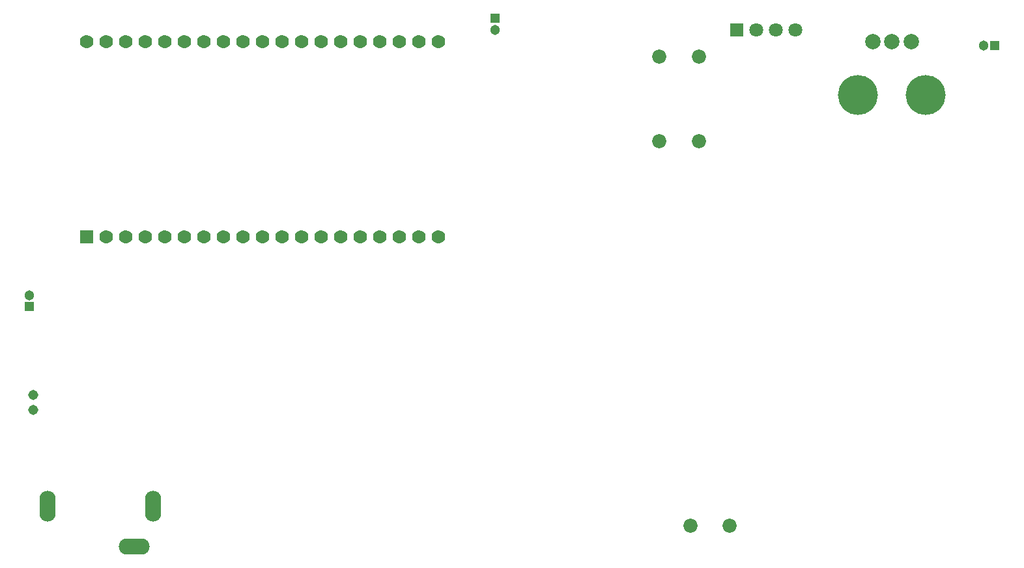
<source format=gbs>
G04*
G04 #@! TF.GenerationSoftware,Altium Limited,Altium Designer,21.7.2 (23)*
G04*
G04 Layer_Color=16711935*
%FSLAX25Y25*%
%MOIN*%
G70*
G04*
G04 #@! TF.SameCoordinates,5EADC6DB-F1F9-4870-979B-081E39BDB051*
G04*
G04*
G04 #@! TF.FilePolarity,Negative*
G04*
G01*
G75*
%ADD32C,0.06942*%
%ADD33R,0.06942X0.06942*%
%ADD34R,0.05131X0.05131*%
%ADD35C,0.05131*%
%ADD36C,0.05162*%
%ADD37R,0.05131X0.05131*%
%ADD38R,0.07119X0.07119*%
%ADD39C,0.07119*%
%ADD40C,0.07249*%
%ADD41O,0.08280X0.15761*%
%ADD42O,0.15761X0.08280*%
%ADD43C,0.07887*%
%ADD44C,0.20406*%
D32*
X225039Y267717D02*
D03*
X215039D02*
D03*
X205039D02*
D03*
X195039D02*
D03*
X185039D02*
D03*
X175039D02*
D03*
X165039D02*
D03*
X155039D02*
D03*
X145039D02*
D03*
X135039D02*
D03*
X125039D02*
D03*
X115039D02*
D03*
X105039D02*
D03*
X95039D02*
D03*
X85039D02*
D03*
X75039D02*
D03*
X65039D02*
D03*
X55039D02*
D03*
X45039D02*
D03*
X215039Y167717D02*
D03*
X205039D02*
D03*
X195039D02*
D03*
X185039D02*
D03*
X175039D02*
D03*
X165039D02*
D03*
X155039D02*
D03*
X145039D02*
D03*
X135039D02*
D03*
X125039D02*
D03*
X115039D02*
D03*
X105039D02*
D03*
X95039D02*
D03*
X85039D02*
D03*
X75039D02*
D03*
X65039D02*
D03*
X225039D02*
D03*
X55039D02*
D03*
D33*
X45039D02*
D03*
D34*
X509842Y265748D02*
D03*
D35*
X503937D02*
D03*
X253937Y273622D02*
D03*
X15748Y137795D02*
D03*
D36*
X17717Y79134D02*
D03*
Y86614D02*
D03*
D37*
X253937Y279527D02*
D03*
X15748Y131890D02*
D03*
D38*
X377638Y273622D02*
D03*
D39*
X387638D02*
D03*
X397638D02*
D03*
X407638D02*
D03*
D40*
X338169Y259842D02*
D03*
X358268D02*
D03*
X338169Y216535D02*
D03*
X358268D02*
D03*
X353917Y19685D02*
D03*
X374016D02*
D03*
D41*
X25197Y29528D02*
D03*
X79134D02*
D03*
D42*
X69291Y9055D02*
D03*
D43*
X466929Y267717D02*
D03*
X457087D02*
D03*
X447244D02*
D03*
D44*
X474409Y240158D02*
D03*
X439764D02*
D03*
M02*

</source>
